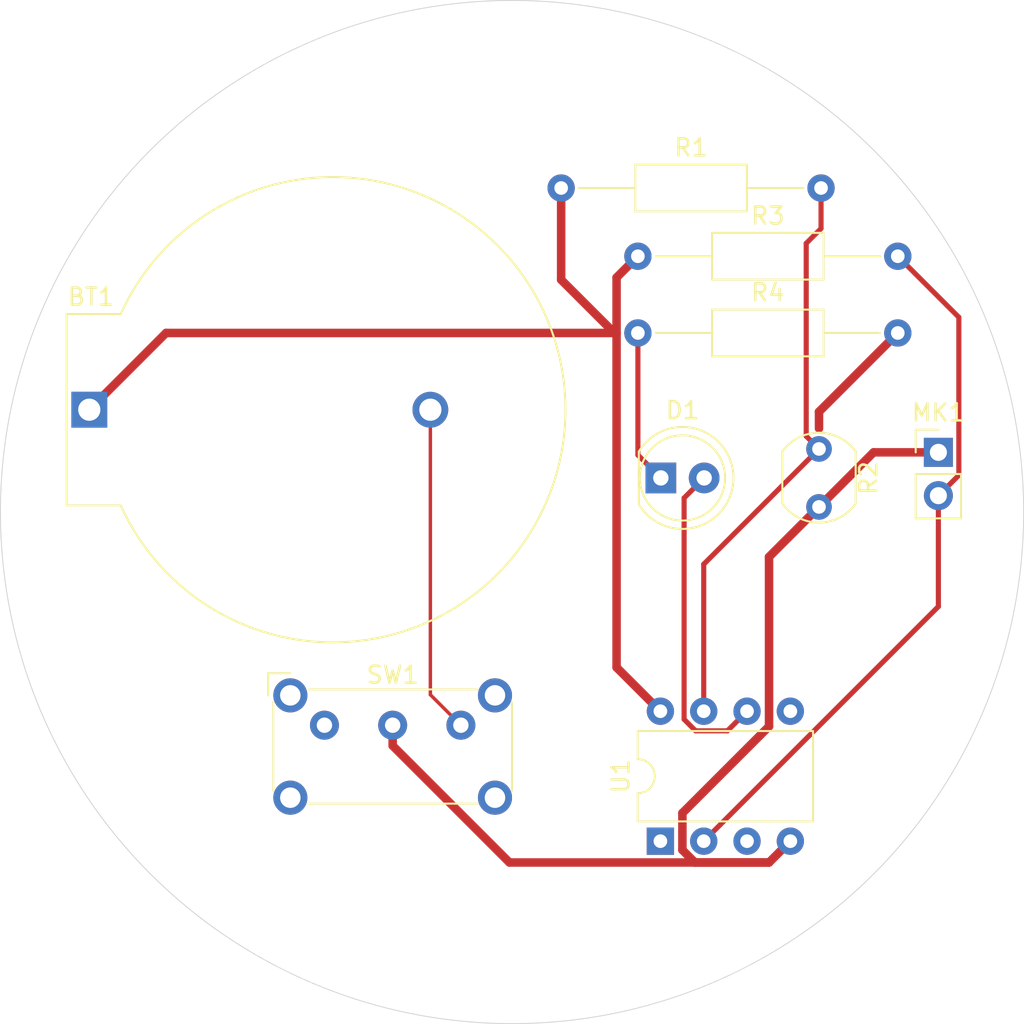
<source format=kicad_pcb>
(kicad_pcb (version 20240108) (generator "pcbnew") (generator_version "8.0")
  (layers (0 "F.Cu" signal) (31 "B.Cu" signal) (34 "B.Paste" user) (35 "F.Paste" user) (36 "B.SilkS" user "B.Silkscreen") (37 "F.SilkS" user "F.Silkscreen") (38 "B.Mask" user) (39 "F.Mask" user) (44 "Edge.Cuts" user))
  (net 0 "")
  (net 1 "+3.3V")
  (net 2 "Net-(BT1--)")
  (net 3 "Net-(D1-K)")
  (net 4 "/LED")
  (net 5 "/MIC")
  (net 6 "GND")
  (net 7 "/LDR")
  (footprint "Button_Switch_THT:SW_E-Switch_EG1224_SPDT_Angled" (layer "F.Cu") (at 140.5 113.5)
    (property "Reference" "SW1" (at 4 -2.95 0) (layer "F.SilkS"))
    (property "Value" "SW_SPDT")
    (fp_line (start -3.3 -3.05) (end -2 -3.05) (stroke (width 0.12)) (layer "F.SilkS"))
    (fp_line (start -3.3 -1.75) (end -3.3 -3.05) (stroke (width 0.12)) (layer "F.SilkS"))
    (fp_line (start -3 3.85) (end -3 -1.35) (stroke (width 0.12)) (layer "F.SilkS"))
    (fp_line (start -0.95 -2.1) (end 8.95 -2.1) (stroke (width 0.12)) (layer "F.SilkS"))
    (fp_line (start 8.95 4.6) (end -0.95 4.6) (stroke (width 0.12)) (layer "F.SilkS"))
    (fp_line (start 11 -1.35) (end 11 3.85) (stroke (width 0.12)) (layer "F.SilkS"))
    (pad "" thru_hole circle (at -2 -1.75) (size 2 2) (drill 1.2) (layers "*.Cu" "*.Mask"))
    (pad "" thru_hole circle (at -2 4.25) (size 2 2) (drill 1.2) (layers "*.Cu" "*.Mask"))
    (pad "" thru_hole circle (at 10 -1.75) (size 2 2) (drill 1.2) (layers "*.Cu" "*.Mask"))
    (pad "" thru_hole circle (at 10 4.25) (size 2 2) (drill 1.2) (layers "*.Cu" "*.Mask"))
    (pad "1" thru_hole circle (at 0 0) (size 1.7 1.7) (drill 0.9) (layers "*.Cu" "*.Mask"))
    (pad "2" thru_hole circle (at 4 0) (size 1.7 1.7) (drill 0.9) (layers "*.Cu" "*.Mask") (net 6 "GND"))
    (pad "3" thru_hole circle (at 8 0) (size 1.7 1.7) (drill 0.9) (layers "*.Cu" "*.Mask") (net 2 "Net-(BT1--)"))
  )
  (footprint "Resistor_THT:R_Axial_DIN0207_L6.3mm_D2.5mm_P15.24mm_Horizontal" (layer "F.Cu") (at 158.88 90.5)
    (property "Reference" "R4" (at 7.62 -2.37 0) (layer "F.SilkS"))
    (property "Value" "470R")
    (fp_line (start 1.04 0) (end 4.35 0) (stroke (width 0.12)) (layer "F.SilkS"))
    (fp_line (start 4.35 -1.37) (end 4.35 1.37) (stroke (width 0.12)) (layer "F.SilkS"))
    (fp_line (start 4.35 1.37) (end 10.89 1.37) (stroke (width 0.12)) (layer "F.SilkS"))
    (fp_line (start 10.89 -1.37) (end 4.35 -1.37) (stroke (width 0.12)) (layer "F.SilkS"))
    (fp_line (start 10.89 1.37) (end 10.89 -1.37) (stroke (width 0.12)) (layer "F.SilkS"))
    (fp_line (start 14.2 0) (end 10.89 0) (stroke (width 0.12)) (layer "F.SilkS"))
    (pad "1" thru_hole circle (at 0 0) (size 1.6 1.6) (drill 0.8) (layers "*.Cu" "*.Mask") (net 3 "Net-(D1-K)"))
    (pad "2" thru_hole oval (at 15.24 0) (size 1.6 1.6) (drill 0.8) (layers "*.Cu" "*.Mask") (net 6 "GND"))
  )
  (footprint "LED_THT:LED_D5.0mm" (layer "F.Cu") (at 160.225 99)
    (property "Reference" "D1" (at 1.27 -3.96 0) (layer "F.SilkS"))
    (property "Value" "5mm yellow LED")
    (fp_line (start -1.29 -1.545) (end -1.29 1.545) (stroke (width 0.12)) (layer "F.SilkS"))
    (fp_arc (start -1.29 -1.54483) (mid 2.071756 -2.880501) (end 4.26 -0.000048) (stroke (width 0.12)) (layer "F.SilkS"))
    (fp_arc (start 4.26 0.000048) (mid 2.071756 2.880501) (end -1.29 1.54483) (stroke (width 0.12)) (layer "F.SilkS"))
    (fp_circle (center 1.27 0) (end 3.77 0) (stroke (width 0.12)) (fill none) (layer "F.SilkS"))
    (pad "1" thru_hole rect (at 0 0) (size 1.8 1.8) (drill 0.9) (layers "*.Cu" "*.Mask") (net 3 "Net-(D1-K)"))
    (pad "2" thru_hole circle (at 2.54 0) (size 1.8 1.8) (drill 0.9) (layers "*.Cu" "*.Mask") (net 4 "/LED"))
  )
  (footprint "Battery:BatteryHolder_ComfortableElectronic_CH273-2450_1x2450" (layer "F.Cu") (at 126.710914 95)
    (property "Reference" "BT1" (at 0.1 -6.62 0) (layer "F.SilkS"))
    (property "Value" "3.3 CELL")
    (fp_line (start -1.33 -5.61) (end 1.845 -5.61) (stroke (width 0.12)) (layer "F.SilkS"))
    (fp_line (start -1.33 5.61) (end -1.33 -5.61) (stroke (width 0.12)) (layer "F.SilkS"))
    (fp_line (start 1.845 5.61) (end -1.33 5.61) (stroke (width 0.12)) (layer "F.SilkS"))
    (fp_arc (start 1.845 -5.61) (mid 27.921896 0) (end 1.845 5.61) (stroke (width 0.12)) (layer "F.SilkS"))
    (pad "1" thru_hole rect (at 0 0 270) (size 2.1 2.1) (drill 1.3) (layers "*.Cu" "*.Mask") (net 1 "+3.3V"))
    (pad "2" thru_hole circle (at 20 0 270) (size 2.1 2.1) (drill 1.3) (layers "*.Cu" "*.Mask") (net 2 "Net-(BT1--)"))
  )
  (footprint "Resistor_THT:R_Axial_DIN0207_L6.3mm_D2.5mm_P15.24mm_Horizontal" (layer "F.Cu") (at 154.38 82)
    (property "Reference" "R1" (at 7.62 -2.37 0) (layer "F.SilkS"))
    (property "Value" "10K")
    (fp_line (start 1.04 0) (end 4.35 0) (stroke (width 0.12)) (layer "F.SilkS"))
    (fp_line (start 4.35 -1.37) (end 4.35 1.37) (stroke (width 0.12)) (layer "F.SilkS"))
    (fp_line (start 4.35 1.37) (end 10.89 1.37) (stroke (width 0.12)) (layer "F.SilkS"))
    (fp_line (start 10.89 -1.37) (end 4.35 -1.37) (stroke (width 0.12)) (layer "F.SilkS"))
    (fp_line (start 10.89 1.37) (end 10.89 -1.37) (stroke (width 0.12)) (layer "F.SilkS"))
    (fp_line (start 14.2 0) (end 10.89 0) (stroke (width 0.12)) (layer "F.SilkS"))
    (pad "1" thru_hole circle (at 0 0) (size 1.6 1.6) (drill 0.8) (layers "*.Cu" "*.Mask") (net 1 "+3.3V"))
    (pad "2" thru_hole oval (at 15.24 0) (size 1.6 1.6) (drill 0.8) (layers "*.Cu" "*.Mask") (net 7 "/LDR"))
  )
  (footprint "Connector_PinHeader_2.54mm:PinHeader_1x02_P2.54mm_Vertical" (layer "F.Cu") (at 176.5 97.5)
    (property "Reference" "MK1" (at 0 -2.33 0) (layer "F.SilkS"))
    (property "Value" "Microphone_Condenser")
    (fp_line (start -1.33 -1.33) (end 0 -1.33) (stroke (width 0.12)) (layer "F.SilkS"))
    (fp_line (start -1.33 0) (end -1.33 -1.33) (stroke (width 0.12)) (layer "F.SilkS"))
    (fp_line (start -1.33 1.27) (end -1.33 3.87) (stroke (width 0.12)) (layer "F.SilkS"))
    (fp_line (start -1.33 1.27) (end 1.33 1.27) (stroke (width 0.12)) (layer "F.SilkS"))
    (fp_line (start -1.33 3.87) (end 1.33 3.87) (stroke (width 0.12)) (layer "F.SilkS"))
    (fp_line (start 1.33 1.27) (end 1.33 3.87) (stroke (width 0.12)) (layer "F.SilkS"))
    (pad "1" thru_hole rect (at 0 0) (size 1.7 1.7) (drill 1) (layers "*.Cu" "*.Mask") (net 6 "GND"))
    (pad "2" thru_hole oval (at 0 2.54) (size 1.7 1.7) (drill 1) (layers "*.Cu" "*.Mask") (net 5 "/MIC"))
  )
  (footprint "Package_DIP:DIP-8_W7.62mm" (layer "F.Cu") (at 160.2 120.3 90)
    (property "Reference" "U1" (at 3.81 -2.33 90) (layer "F.SilkS"))
    (property "Value" "MCL")
    (fp_line (start 6.46 -1.33) (end 4.81 -1.33) (stroke (width 0.12)) (layer "F.SilkS"))
    (fp_line (start 2.81 -1.33) (end 1.16 -1.33) (stroke (width 0.12)) (layer "F.SilkS"))
    (fp_line (start 1.16 -1.33) (end 1.16 8.95) (stroke (width 0.12)) (layer "F.SilkS"))
    (fp_line (start 6.46 8.95) (end 6.46 -1.33) (stroke (width 0.12)) (layer "F.SilkS"))
    (fp_line (start 1.16 8.95) (end 6.46 8.95) (stroke (width 0.12)) (layer "F.SilkS"))
    (fp_arc (start 4.81 -1.33) (mid 3.81 -0.33) (end 2.81 -1.33) (stroke (width 0.12)) (layer "F.SilkS"))
    (pad "1" thru_hole rect (at 0 0 90) (size 1.6 1.6) (drill 0.8) (layers "*.Cu" "*.Mask"))
    (pad "2" thru_hole oval (at 0 2.54 90) (size 1.6 1.6) (drill 0.8) (layers "*.Cu" "*.Mask") (net 5 "/MIC"))
    (pad "3" thru_hole oval (at 0 5.08 90) (size 1.6 1.6) (drill 0.8) (layers "*.Cu" "*.Mask"))
    (pad "4" thru_hole oval (at 0 7.62 90) (size 1.6 1.6) (drill 0.8) (layers "*.Cu" "*.Mask") (net 6 "GND"))
    (pad "5" thru_hole oval (at 7.62 7.62 90) (size 1.6 1.6) (drill 0.8) (layers "*.Cu" "*.Mask"))
    (pad "6" thru_hole oval (at 7.62 5.08 90) (size 1.6 1.6) (drill 0.8) (layers "*.Cu" "*.Mask") (net 4 "/LED"))
    (pad "7" thru_hole oval (at 7.62 2.54 90) (size 1.6 1.6) (drill 0.8) (layers "*.Cu" "*.Mask") (net 7 "/LDR"))
    (pad "8" thru_hole oval (at 7.62 0 90) (size 1.6 1.6) (drill 0.8) (layers "*.Cu" "*.Mask") (net 1 "+3.3V"))
  )
  (footprint "OptoDevice:R_LDR_5.1x4.3mm_P3.4mm_Vertical" (layer "F.Cu") (at 169.5 97.3 -90)
    (property "Reference" "R2" (at 1.7 -2.9 90) (layer "F.SilkS"))
    (property "Value" "5mm LDR")
    (fp_line (start 0.15 2.15) (end 3.2 2.15) (stroke (width 0.12)) (layer "F.SilkS"))
    (fp_line (start 0.15 -2.15) (end 3.2 -2.15) (stroke (width 0.12)) (layer "F.SilkS"))
    (fp_arc (start 0.15 2.15) (mid -0.950438 -0.013368) (end 0.171766 -2.165525) (stroke (width 0.12)) (layer "F.SilkS"))
    (fp_arc (start 3.2 -2.15) (mid 4.321403 -0.027338) (end 3.244513 2.118249) (stroke (width 0.12)) (layer "F.SilkS"))
    (pad "1" thru_hole circle (at 0 0 270) (size 1.5 1.5) (drill 0.8) (layers "*.Cu" "*.Mask") (net 7 "/LDR"))
    (pad "2" thru_hole circle (at 3.4 0 270) (size 1.5 1.5) (drill 0.8) (layers "*.Cu" "*.Mask") (net 6 "GND"))
  )
  (footprint "Resistor_THT:R_Axial_DIN0207_L6.3mm_D2.5mm_P15.24mm_Horizontal" (layer "F.Cu") (at 158.88 86)
    (property "Reference" "R3" (at 7.62 -2.37 0) (layer "F.SilkS"))
    (property "Value" "5.6K")
    (fp_line (start 1.04 0) (end 4.35 0) (stroke (width 0.12)) (layer "F.SilkS"))
    (fp_line (start 4.35 -1.37) (end 4.35 1.37) (stroke (width 0.12)) (layer "F.SilkS"))
    (fp_line (start 4.35 1.37) (end 10.89 1.37) (stroke (width 0.12)) (layer "F.SilkS"))
    (fp_line (start 10.89 -1.37) (end 4.35 -1.37) (stroke (width 0.12)) (layer "F.SilkS"))
    (fp_line (start 10.89 1.37) (end 10.89 -1.37) (stroke (width 0.12)) (layer "F.SilkS"))
    (fp_line (start 14.2 0) (end 10.89 0) (stroke (width 0.12)) (layer "F.SilkS"))
    (pad "1" thru_hole circle (at 0 0) (size 1.6 1.6) (drill 0.8) (layers "*.Cu" "*.Mask") (net 1 "+3.3V"))
    (pad "2" thru_hole oval (at 15.24 0) (size 1.6 1.6) (drill 0.8) (layers "*.Cu" "*.Mask") (net 5 "/MIC"))
  )
  (gr_circle (center 151.5 101) (end 181.5 101) (stroke (width 0.05)) (fill none) (layer "Edge.Cuts"))
  (segment (start 157.63 87.25) (end 157.63 110.11) (width 0.5) (layer "F.Cu") (net 1))
  (segment (start 158.88 86) (end 157.63 87.25) (width 0.5) (layer "F.Cu") (net 1))
  (segment (start 154.38 87.38) (end 157.5 90.5) (width 0.5) (layer "F.Cu") (net 1))
  (segment (start 131.210914 90.5) (end 157.5 90.5) (width 0.5) (layer "F.Cu") (net 1))
  (segment (start 126.710914 95) (end 131.210914 90.5) (width 0.5) (layer "F.Cu") (net 1))
  (segment (start 154.38 82) (end 154.38 87.38) (width 0.5) (layer "F.Cu") (net 1))
  (segment (start 157.5 90.5) (end 157.63 90.5) (width 0.5) (layer "F.Cu") (net 1))
  (segment (start 157.63 110.11) (end 160.2 112.68) (width 0.5) (layer "F.Cu") (net 1))
  (segment (start 146.710914 111.710914) (end 148.5 113.5) (width 0.2) (layer "F.Cu") (net 2))
  (segment (start 146.710914 95) (end 146.710914 111.710914) (width 0.2) (layer "F.Cu") (net 2))
  (segment (start 158.88 97.655) (end 160.225 99) (width 0.3) (layer "F.Cu") (net 3))
  (segment (start 158.88 90.5) (end 158.88 97.655) (width 0.3) (layer "F.Cu") (net 3))
  (segment (start 161.59 113.156346) (end 162.263654 113.83) (width 0.3) (layer "F.Cu") (net 4))
  (segment (start 162.765 99) (end 161.59 100.175) (width 0.3) (layer "F.Cu") (net 4))
  (segment (start 161.59 100.175) (end 161.59 113.156346) (width 0.3) (layer "F.Cu") (net 4))
  (segment (start 164.13 113.83) (end 165.28 112.68) (width 0.3) (layer "F.Cu") (net 4))
  (segment (start 162.263654 113.83) (end 164.13 113.83) (width 0.3) (layer "F.Cu") (net 4))
  (segment (start 176.5 100.04) (end 176.5 106.54) (width 0.3) (layer "F.Cu") (net 5))
  (segment (start 176.5 106.54) (end 162.74 120.3) (width 0.3) (layer "F.Cu") (net 5))
  (segment (start 174.12 86) (end 177.7 89.58) (width 0.3) (layer "F.Cu") (net 5))
  (segment (start 177.7 98.84) (end 176.5 100.04) (width 0.3) (layer "F.Cu") (net 5))
  (segment (start 177.7 89.58) (end 177.7 98.84) (width 0.3) (layer "F.Cu") (net 5))
  (segment (start 162.222233 121.55) (end 166.57 121.55) (width 0.5) (layer "F.Cu") (net 6))
  (segment (start 166.57 121.55) (end 167.82 120.3) (width 0.5) (layer "F.Cu") (net 6))
  (segment (start 169.5 95.12) (end 169.5 96.1) (width 0.5) (layer "F.Cu") (net 6))
  (segment (start 166.57 113.57) (end 161.49 118.65) (width 0.5) (layer "F.Cu") (net 6))
  (segment (start 176.5 97.5) (end 172.7 97.5) (width 0.5) (layer "F.Cu") (net 6))
  (segment (start 144.5 113.5) (end 144.5 114.702081) (width 0.5) (layer "F.Cu") (net 6))
  (segment (start 161.49 118.65) (end 161.49 120.817767) (width 0.5) (layer "F.Cu") (net 6))
  (segment (start 161.49 120.817767) (end 162.222233 121.55) (width 0.5) (layer "F.Cu") (net 6))
  (segment (start 172.7 97.5) (end 169.5 100.7) (width 0.5) (layer "F.Cu") (net 6))
  (segment (start 174.12 90.5) (end 169.5 95.12) (width 0.5) (layer "F.Cu") (net 6))
  (segment (start 144.5 114.702081) (end 151.347919 121.55) (width 0.5) (layer "F.Cu") (net 6))
  (segment (start 166.57 103.63) (end 166.57 113.57) (width 0.5) (layer "F.Cu") (net 6))
  (segment (start 169.5 100.7) (end 166.57 103.63) (width 0.5) (layer "F.Cu") (net 6))
  (segment (start 151.347919 121.55) (end 166.57 121.55) (width 0.5) (layer "F.Cu") (net 6))
  (segment (start 169.5 97.3) (end 162.74 104.06) (width 0.3) (layer "F.Cu") (net 7))
  (segment (start 169.62 82) (end 169.62 84.373654) (width 0.3) (layer "F.Cu") (net 7))
  (segment (start 168.75 85.243654) (end 168.75 96.55) (width 0.3) (layer "F.Cu") (net 7))
  (segment (start 162.74 104.06) (end 162.74 112.68) (width 0.3) (layer "F.Cu") (net 7))
  (segment (start 169.62 84.373654) (end 168.75 85.243654) (width 0.3) (layer "F.Cu") (net 7))
  (segment (start 168.75 96.55) (end 169.5 97.3) (width 0.3) (layer "F.Cu") (net 7))
)
</source>
